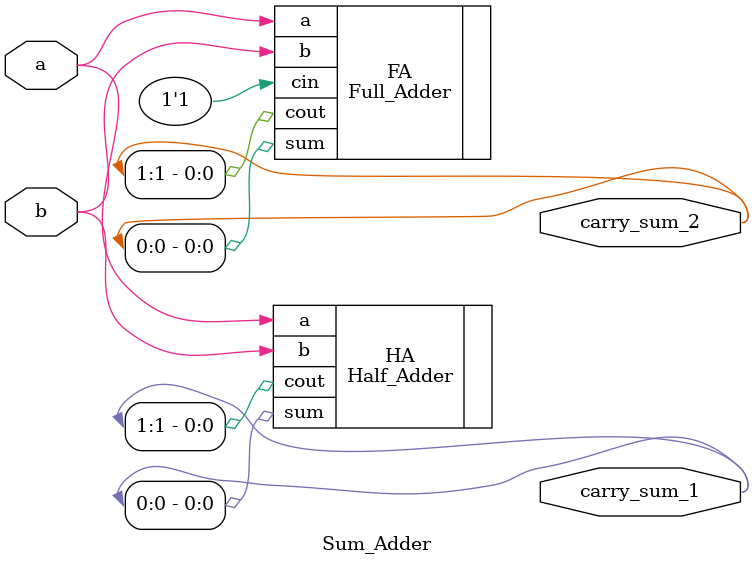
<source format=sv>
`timescale 1ns / 1ps


module Sum_Adder(
    input  logic a,
    input  logic b,
    output logic [1:0] carry_sum_1,
    output logic [1:0] carry_sum_2   
    );
    
    Half_Adder HA(.a(a), .b(b), .sum(carry_sum_1[0]), .cout(carry_sum_1[1]));
    Full_Adder FA(.a(a), .b(b), .sum(carry_sum_2[0]), .cout(carry_sum_2[1]), .cin(1'b1));
endmodule

</source>
